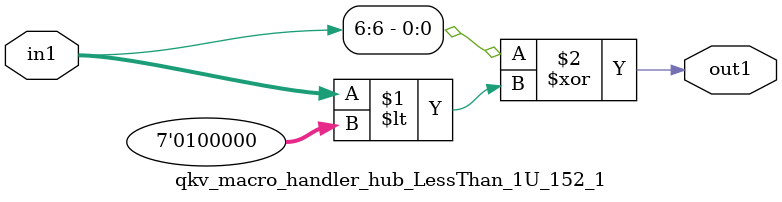
<source format=v>

`timescale 1ps / 1ps


module qkv_macro_handler_hub_LessThan_1U_152_1( in1, out1 );

    input [6:0] in1;
    output out1;

    
    // rtl_process:qkv_macro_handler_hub_LessThan_1U_35_1/qkv_macro_handler_hub_LessThan_1U_35_1_thread_1
    assign out1 = (in1[6] ^ in1 < 7'd032);

endmodule





</source>
